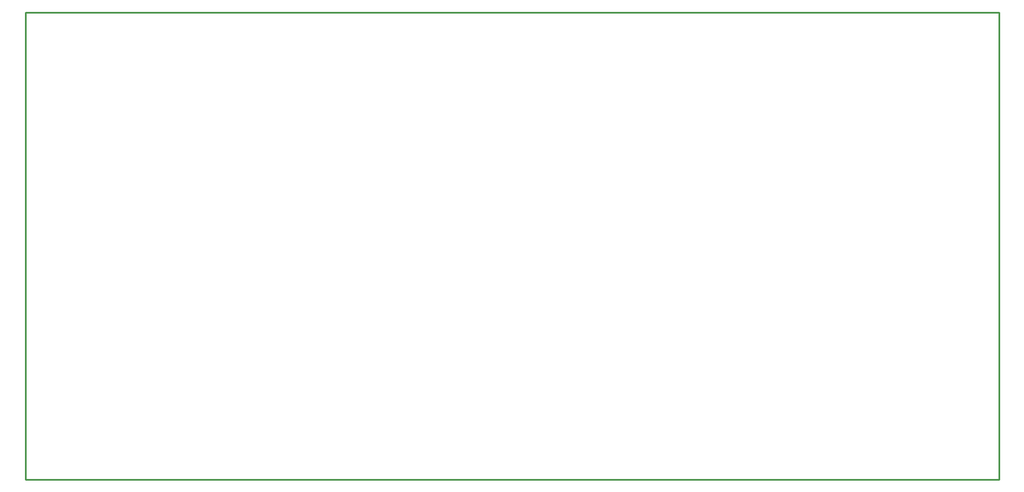
<source format=gko>
%FSLAX25Y25*%
%MOIN*%
G70*
G01*
G75*
G04 Layer_Color=16711935*
%ADD10C,0.01000*%
%ADD11R,0.02362X0.01969*%
%ADD12R,0.01969X0.02362*%
%ADD13R,0.04331X0.05512*%
%ADD14R,0.05118X0.02165*%
%ADD15R,0.03150X0.03543*%
%ADD16R,0.02362X0.09843*%
%ADD17R,0.07874X0.21654*%
%ADD18O,0.02362X0.08465*%
%ADD19R,0.03543X0.03150*%
%ADD20R,0.03937X0.04724*%
%ADD21R,0.02165X0.05118*%
%ADD22O,0.06496X0.01181*%
%ADD23O,0.01181X0.06496*%
%ADD24R,0.08858X0.01969*%
%ADD25R,0.15748X0.08071*%
%ADD26R,0.05512X0.04331*%
%ADD27R,0.01575X0.03347*%
%ADD28C,0.01969*%
%ADD29O,0.06693X0.01181*%
%ADD30R,0.01772X0.08268*%
%ADD31O,0.01772X0.08268*%
%ADD32O,0.07087X0.01378*%
%ADD33R,0.01181X0.02953*%
%ADD34R,0.01181X0.03347*%
%ADD35R,0.02953X0.01181*%
%ADD36R,0.03347X0.01181*%
%ADD37R,0.21260X0.21260*%
%ADD38R,0.11024X0.03937*%
%ADD39R,0.03150X0.01181*%
%ADD40R,0.04921X0.15748*%
%ADD41C,0.00500*%
%ADD42C,0.00800*%
%ADD43C,0.01200*%
%ADD44C,0.01190*%
%ADD45C,0.01600*%
%ADD46C,0.02500*%
%ADD47C,0.03000*%
%ADD48C,0.02000*%
%ADD49C,0.01500*%
%ADD50C,0.05906*%
%ADD51R,0.05906X0.05906*%
%ADD52R,0.08661X0.08661*%
%ADD53C,0.04921*%
%ADD54C,0.06299*%
%ADD55C,0.06614*%
%ADD56R,0.05906X0.05906*%
%ADD57C,0.08661*%
%ADD58C,0.05709*%
%ADD59C,0.02000*%
%ADD60C,0.01600*%
%ADD61C,0.03200*%
%ADD62C,0.02600*%
%ADD63C,0.02400*%
%ADD64C,0.15000*%
%ADD65C,0.01800*%
%ADD66C,0.02200*%
%ADD67C,0.03600*%
%ADD68C,0.03000*%
%ADD69C,0.02900*%
%ADD70C,0.00600*%
%ADD71R,0.05900X0.12900*%
%ADD72R,0.05900X0.03900*%
%ADD73R,0.20000X0.20000*%
%ADD74R,0.15590X0.15590*%
%ADD75R,0.05906X0.02362*%
%ADD76R,0.03543X0.02756*%
%ADD77R,0.10236X0.04331*%
%ADD78R,0.07874X0.07087*%
%ADD79R,0.07480X0.09449*%
%ADD80C,0.01181*%
%ADD81R,0.02362X0.05906*%
%ADD82R,0.04331X0.02165*%
%ADD83O,0.08661X0.02362*%
%ADD84R,0.09843X0.17716*%
%ADD85C,0.04000*%
%ADD86C,0.01800*%
%ADD87C,0.05000*%
%ADD88C,0.00984*%
%ADD89C,0.02362*%
%ADD90C,0.00197*%
%ADD91C,0.00787*%
%ADD92C,0.00400*%
%ADD93R,0.01575X0.01181*%
%ADD94R,0.02962X0.02569*%
%ADD95R,0.02569X0.02962*%
%ADD96R,0.04931X0.06112*%
%ADD97R,0.05718X0.02765*%
%ADD98R,0.03750X0.04143*%
%ADD99R,0.02962X0.10443*%
%ADD100R,0.08474X0.22253*%
%ADD101O,0.02962X0.09065*%
%ADD102R,0.04143X0.03750*%
%ADD103R,0.04537X0.05324*%
%ADD104R,0.02765X0.05718*%
%ADD105O,0.07096X0.01781*%
%ADD106O,0.01781X0.07096*%
%ADD107R,0.09458X0.02569*%
%ADD108R,0.16348X0.08671*%
%ADD109R,0.06112X0.04931*%
%ADD110R,0.02175X0.03947*%
%ADD111C,0.02569*%
%ADD112O,0.07293X0.01781*%
%ADD113R,0.02372X0.08868*%
%ADD114O,0.02372X0.08868*%
%ADD115O,0.07687X0.01978*%
%ADD116R,0.01781X0.03553*%
%ADD117R,0.01781X0.03947*%
%ADD118R,0.03553X0.01781*%
%ADD119R,0.03947X0.01781*%
%ADD120R,0.21860X0.21860*%
%ADD121R,0.11624X0.04537*%
%ADD122R,0.03750X0.01781*%
%ADD123R,0.05521X0.16348*%
%ADD124C,0.06506*%
%ADD125R,0.06506X0.06506*%
%ADD126R,0.09261X0.09261*%
%ADD127C,0.05521*%
%ADD128C,0.06899*%
%ADD129C,0.07214*%
%ADD130R,0.06506X0.06506*%
%ADD131C,0.00600*%
%ADD132C,0.09261*%
%ADD133C,0.06309*%
%ADD134C,0.11000*%
%ADD135C,0.01400*%
%ADD136R,0.06500X0.13500*%
%ADD137R,0.06500X0.04500*%
%ADD138R,0.20600X0.20600*%
%ADD139R,0.16190X0.16190*%
%ADD140R,0.06506X0.02962*%
%ADD141R,0.04143X0.03356*%
%ADD142R,0.10836X0.04931*%
%ADD143R,0.08474X0.07687*%
%ADD144R,0.08080X0.10049*%
%ADD145C,0.01781*%
%ADD146R,0.02962X0.06506*%
%ADD147R,0.04931X0.02765*%
%ADD148O,0.09261X0.02962*%
%ADD149R,0.10443X0.18316*%
D10*
X0Y0D02*
X572500D01*
Y275000D01*
X0D02*
X572500D01*
X0Y0D02*
Y275000D01*
M02*

</source>
